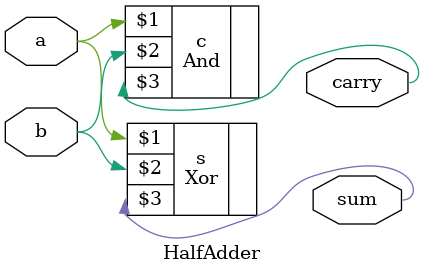
<source format=v>
`include "modules/gates/and.v"
`include "modules/gates/xor.v"

`ifndef _HALF_ADDER_V_
`define _HALF_ADDER_V_


module HalfAdder(input a,
                 b,
                 output carry,
                 sum);
    And c(a, b, carry);
    Xor s(a, b, sum);
endmodule
    `endif

</source>
